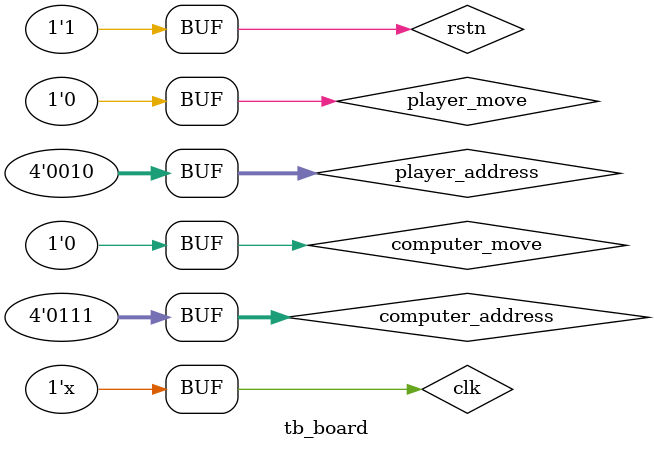
<source format=v>
`timescale 1ns/1ps

module tb_board();

    reg             clk             ;   // clock
    reg             rstn            ;   // reset
    reg             player_move     ;   // player move
    reg             computer_move   ;   // computer move
    reg     [3:0]   player_address  ;   // player address
    reg     [3:0]   computer_address;   // computer address
    wire    [1:0]   led_0           ;   // output led_0
    wire    [1:0]   led_1           ;   // output led_1
    wire    [1:0]   led_2           ;   // output led_2
    wire    [1:0]   led_3           ;   // output led_3
    wire    [1:0]   led_4           ;   // output led_4
    wire    [1:0]   led_5           ;   // output led_5
    wire    [1:0]   led_6           ;   // output led_6
    wire    [1:0]   led_7           ;   // output led_7
    wire    [1:0]   led_8           ;   // output led_8
    wire            illegal_move    ;   // output illegal_move signal
    wire            tie             ;   // output tie signal   (平局)
    wire            win             ;   // output win signal
    wire    [1:0]   winner          ;   // output winner , PLAYER or COMPUTER


    board uut(
              .clk             (clk             ),
              .rstn            (rstn            ),
              .player_move     (player_move     ),
              .computer_move   (computer_move   ),
              .player_address  (player_address  ),
              .computer_address(computer_address),

              .led_0           (led_0           ),
              .led_1           (led_1           ),
              .led_2           (led_2           ),
              .led_3           (led_3           ),
              .led_4           (led_4           ),
              .led_5           (led_5           ),
              .led_6           (led_6           ),
              .led_7           (led_7           ),
              .led_8           (led_8           ),
              .illegal_move    (illegal_move    ),
              .tie             (tie             ),
              .win             (win             ),
              .winner          (winner          )
          );

    initial
    begin
        clk   = 1'b0;
        rstn  = 1'b0;
        player_address = 4'd0;
        player_move = 1'b0;
        computer_address = 4'd0;
        computer_move = 1'b0;
        #20;
        rstn  = 1'b1;
    end

    always #20 clk = ~clk;

    initial
    begin
        #100;
        tie_mode();
        #100;
        rstn  = 1'b0;
        #20;
        rstn  = 1'b1;
        player_win();


        // player  (4'd4);
        // computer(4'd3);
        // player  (4'd0);
        // computer(4'd8);
        // player  (4'd1);
        // computer(4'd7);
        // player  (4'd2);
        // // 此时玩家胜利

    end

    task player(
            input  [3:0]   address
        );
        begin
            #20;
            player_address = address;
            #20;
            player_move = 1'b1;
            #20;
            player_move = 1'b0;
            #20;

        end
    endtask

    task computer(
            input  [3:0]   address
        );
        begin
            #20;
            computer_address = address;
            #20;
            computer_move = 1'b1;
            #20;
            computer_move = 1'b0;
            #20;

        end
    endtask

    // 平局
    task tie_mode();
        begin
            computer(4'd0);
            player  (4'd1);
            player  (4'd2);
            player  (4'd3);
            computer(4'd4);
            computer(4'd5);
            player  (4'd6);
            computer(4'd7);
            player  (4'd8);
        end
    endtask

    // 玩家胜利
    task player_win();
        begin
            player  (4'd4);
            computer(4'd3);
            player  (4'd0);
            computer(4'd8);
            player  (4'd1);
            computer(4'd7);
            player  (4'd2);
        end
    endtask
endmodule

</source>
